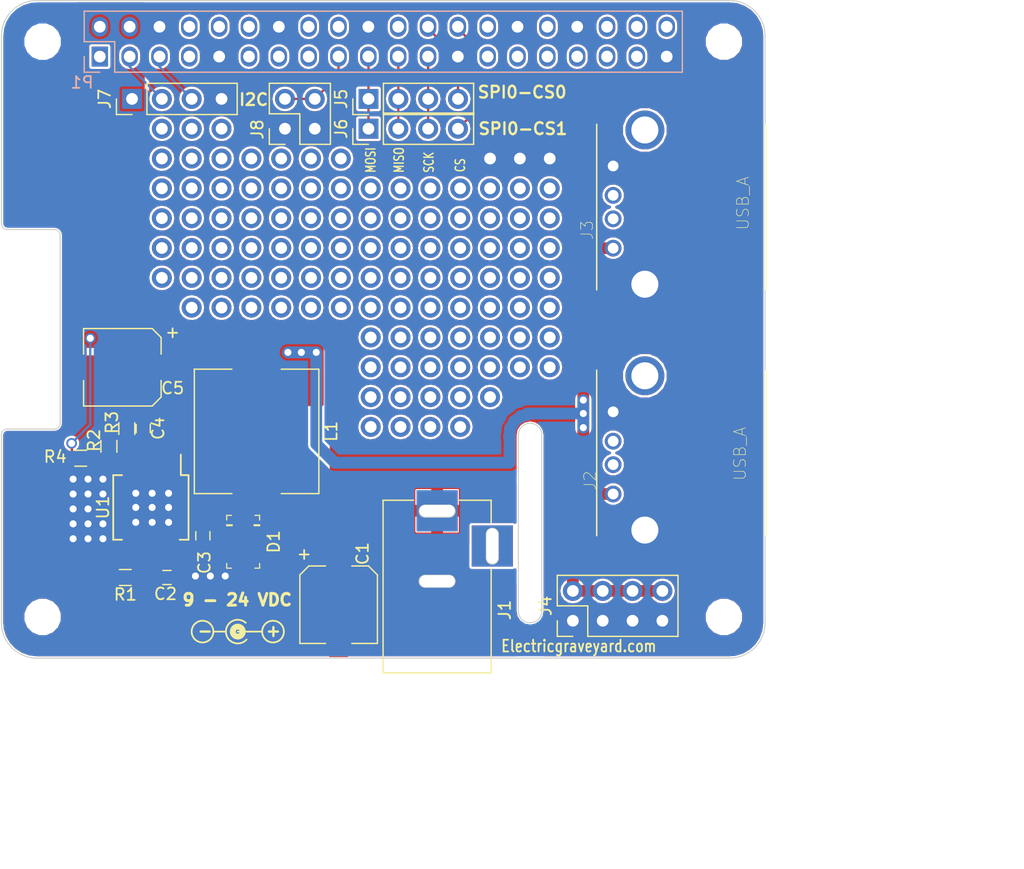
<source format=kicad_pcb>
(kicad_pcb (version 20171130) (host pcbnew "(5.0.2)-1")
  (title_block (date "15 nov 2012"))
  (layers (0 F.Cu signal) (31 B.Cu signal) (34 B.Paste user) (35 F.Paste user) (36 B.SilkS user) (37 F.SilkS user) (38 B.Mask user) (39 F.Mask user) (44 Edge.Cuts user))
  (net 0 "")
  (net 1 +3V3)
  (net 2 +5V)
  (net 3 GND)
  (net 4 /ID_SD)
  (net 5 /ID_SC)
  (net 6 /GPIO5)
  (net 7 /GPIO6)
  (net 8 /GPIO26)
  (net 9 "/GPIO2(SDA1)")
  (net 10 "/GPIO3(SCL1)")
  (net 11 "/GPIO4(GCLK)")
  (net 12 "/GPIO14(TXD0)")
  (net 13 "/GPIO15(RXD0)")
  (net 14 "/GPIO17(GEN0)")
  (net 15 "/GPIO27(GEN2)")
  (net 16 "/GPIO22(GEN3)")
  (net 17 "/GPIO23(GEN4)")
  (net 18 "/GPIO24(GEN5)")
  (net 19 "/GPIO25(GEN6)")
  (net 20 "/GPIO18(GEN1)(PWM0)")
  (net 21 "/GPIO10(SPI0_MOSI)")
  (net 22 "/GPIO9(SPI0_MISO)")
  (net 23 "/GPIO11(SPI0_SCK)")
  (net 24 "/GPIO12(PWM0)")
  (net 25 "/GPIO13(PWM1)")
  (net 26 "/GPIO19(SPI1_MISO)")
  (net 27 /GPIO16)
  (net 28 "/GPIO20(SPI1_MOSI)")
  (net 29 "/GPIO21(SPI1_SCK)")
  (net 30 "Net-(C1-Pad1)")
  (net 31 "Net-(C3-Pad1)")
  (net 32 "Net-(C3-Pad2)")
  (net 33 "Net-(C4-Pad2)")
  (net 34 "Net-(C4-Pad1)")
  (net 35 "Net-(J1-Pad3)")
  (net 36 "Net-(R1-Pad1)")
  (net 37 "Net-(R2-Pad1)")
  (net 38 VCC_EN)
  (net 39 "Net-(J2-Pad2)")
  (net 40 "Net-(J2-Pad3)")
  (net 41 "Net-(J3-Pad3)")
  (net 42 "Net-(J3-Pad2)")
  (net 43 /SPI0_CE_0)
  (net 44 /SPI0_CE_1)
  (module Wire_Pads:SolderWirePad_single_0-8mmDrill (layer F.Cu) (at 246.6725 107.455)
    (fp_text reference 0 hide)
    (fp_text value SolderWirePad_single_0-8mmDrill)
    (pad 1 thru_hole oval (at 0 0) (size 1.7 1.7) (drill 1) (layers *.Cu *.Mask))
  )
  (module Wire_Pads:SolderWirePad_single_0-8mmDrill (layer F.Cu) (at 244.1325 107.455)
    (fp_text reference 0 hide)
    (fp_text value SolderWirePad_single_0-8mmDrill)
    (pad 1 thru_hole oval (at 0 0) (size 1.7 1.7) (drill 1) (layers *.Cu *.Mask))
  )
  (module Wire_Pads:SolderWirePad_single_0-8mmDrill (layer F.Cu) (at 241.5925 107.455)
    (fp_text reference 0 hide)
    (fp_text value SolderWirePad_single_0-8mmDrill)
    (pad 1 thru_hole oval (at 0 0) (size 1.7 1.7) (drill 1) (layers *.Cu *.Mask))
  )
  (module Wire_Pads:SolderWirePad_single_0-8mmDrill (layer F.Cu) (at 239.0525 130.315)
    (fp_text reference 0 hide)
    (fp_text value SolderWirePad_single_0-8mmDrill)
    (pad 1 thru_hole oval (at 0 0) (size 1.7 1.7) (drill 1) (layers *.Cu *.Mask))
  )
  (module Wire_Pads:SolderWirePad_single_0-8mmDrill (layer F.Cu) (at 231.4325 130.315)
    (fp_text reference 0 hide)
    (fp_text value SolderWirePad_single_0-8mmDrill)
    (pad 1 thru_hole oval (at 0 0) (size 1.7 1.7) (drill 1) (layers *.Cu *.Mask))
  )
  (module Wire_Pads:SolderWirePad_single_0-8mmDrill (layer F.Cu) (at 233.9725 130.315)
    (fp_text reference 0 hide)
    (fp_text value SolderWirePad_single_0-8mmDrill)
    (pad 1 thru_hole oval (at 0 0) (size 1.7 1.7) (drill 1) (layers *.Cu *.Mask))
  )
  (module Wire_Pads:SolderWirePad_single_0-8mmDrill (layer F.Cu) (at 236.5125 130.315)
    (fp_text reference 0 hide)
    (fp_text value SolderWirePad_single_0-8mmDrill)
    (pad 1 thru_hole oval (at 0 0) (size 1.7 1.7) (drill 1) (layers *.Cu *.Mask))
  )
  (module Wire_Pads:SolderWirePad_single_0-8mmDrill (layer F.Cu) (at 239.0525 127.775)
    (fp_text reference 0 hide)
    (fp_text value SolderWirePad_single_0-8mmDrill)
    (pad 1 thru_hole oval (at 0 0) (size 1.7 1.7) (drill 1) (layers *.Cu *.Mask))
  )
  (module Wire_Pads:SolderWirePad_single_0-8mmDrill (layer F.Cu) (at 233.9725 127.775)
    (fp_text reference 0 hide)
    (fp_text value SolderWirePad_single_0-8mmDrill)
    (pad 1 thru_hole oval (at 0 0) (size 1.7 1.7) (drill 1) (layers *.Cu *.Mask))
  )
  (module Wire_Pads:SolderWirePad_single_0-8mmDrill (layer F.Cu) (at 231.4325 127.775)
    (fp_text reference 0 hide)
    (fp_text value SolderWirePad_single_0-8mmDrill)
    (pad 1 thru_hole oval (at 0 0) (size 1.7 1.7) (drill 1) (layers *.Cu *.Mask))
  )
  (module Wire_Pads:SolderWirePad_single_0-8mmDrill (layer F.Cu) (at 236.5125 127.775)
    (fp_text reference 0 hide)
    (fp_text value SolderWirePad_single_0-8mmDrill)
    (pad 1 thru_hole oval (at 0 0) (size 1.7 1.7) (drill 1) (layers *.Cu *.Mask))
  )
  (module Wire_Pads:SolderWirePad_single_0-8mmDrill (layer F.Cu) (at 241.5925 127.775)
    (fp_text reference 0 hide)
    (fp_text value SolderWirePad_single_0-8mmDrill)
    (pad 1 thru_hole oval (at 0 0) (size 1.7 1.7) (drill 1) (layers *.Cu *.Mask))
  )
  (module Wire_Pads:SolderWirePad_single_0-8mmDrill (layer F.Cu) (at 233.9725 125.235)
    (fp_text reference 0 hide)
    (fp_text value SolderWirePad_single_0-8mmDrill)
    (pad 1 thru_hole oval (at 0 0) (size 1.7 1.7) (drill 1) (layers *.Cu *.Mask))
  )
  (module Wire_Pads:SolderWirePad_single_0-8mmDrill (layer F.Cu) (at 239.0525 125.235)
    (fp_text reference 0 hide)
    (fp_text value SolderWirePad_single_0-8mmDrill)
    (pad 1 thru_hole oval (at 0 0) (size 1.7 1.7) (drill 1) (layers *.Cu *.Mask))
  )
  (module Wire_Pads:SolderWirePad_single_0-8mmDrill (layer F.Cu) (at 233.9725 122.695)
    (fp_text reference 0 hide)
    (fp_text value SolderWirePad_single_0-8mmDrill)
    (pad 1 thru_hole oval (at 0 0) (size 1.7 1.7) (drill 1) (layers *.Cu *.Mask))
  )
  (module Wire_Pads:SolderWirePad_single_0-8mmDrill (layer F.Cu) (at 231.4325 125.235)
    (fp_text reference 0 hide)
    (fp_text value SolderWirePad_single_0-8mmDrill)
    (pad 1 thru_hole oval (at 0 0) (size 1.7 1.7) (drill 1) (layers *.Cu *.Mask))
  )
  (module Wire_Pads:SolderWirePad_single_0-8mmDrill (layer F.Cu) (at 246.6725 125.235)
    (fp_text reference 0 hide)
    (fp_text value SolderWirePad_single_0-8mmDrill)
    (pad 1 thru_hole oval (at 0 0) (size 1.7 1.7) (drill 1) (layers *.Cu *.Mask))
  )
  (module Wire_Pads:SolderWirePad_single_0-8mmDrill (layer F.Cu) (at 236.5125 125.235)
    (fp_text reference 0 hide)
    (fp_text value SolderWirePad_single_0-8mmDrill)
    (pad 1 thru_hole oval (at 0 0) (size 1.7 1.7) (drill 1) (layers *.Cu *.Mask))
  )
  (module Wire_Pads:SolderWirePad_single_0-8mmDrill (layer F.Cu) (at 244.1325 125.235)
    (fp_text reference 0 hide)
    (fp_text value SolderWirePad_single_0-8mmDrill)
    (pad 1 thru_hole oval (at 0 0) (size 1.7 1.7) (drill 1) (layers *.Cu *.Mask))
  )
  (module Wire_Pads:SolderWirePad_single_0-8mmDrill (layer F.Cu) (at 241.5925 125.235)
    (fp_text reference 0 hide)
    (fp_text value SolderWirePad_single_0-8mmDrill)
    (pad 1 thru_hole oval (at 0 0) (size 1.7 1.7) (drill 1) (layers *.Cu *.Mask))
  )
  (module Wire_Pads:SolderWirePad_single_0-8mmDrill (layer F.Cu) (at 239.0525 122.695)
    (fp_text reference 0 hide)
    (fp_text value SolderWirePad_single_0-8mmDrill)
    (pad 1 thru_hole oval (at 0 0) (size 1.7 1.7) (drill 1) (layers *.Cu *.Mask))
  )
  (module Wire_Pads:SolderWirePad_single_0-8mmDrill (layer F.Cu) (at 246.6725 122.695)
    (fp_text reference 0 hide)
    (fp_text value SolderWirePad_single_0-8mmDrill)
    (pad 1 thru_hole oval (at 0 0) (size 1.7 1.7) (drill 1) (layers *.Cu *.Mask))
  )
  (module Wire_Pads:SolderWirePad_single_0-8mmDrill (layer F.Cu) (at 236.5125 122.695)
    (fp_text reference 0 hide)
    (fp_text value SolderWirePad_single_0-8mmDrill)
    (pad 1 thru_hole oval (at 0 0) (size 1.7 1.7) (drill 1) (layers *.Cu *.Mask))
  )
  (module Wire_Pads:SolderWirePad_single_0-8mmDrill (layer F.Cu) (at 231.4325 122.695)
    (fp_text reference 0 hide)
    (fp_text value SolderWirePad_single_0-8mmDrill)
    (pad 1 thru_hole oval (at 0 0) (size 1.7 1.7) (drill 1) (layers *.Cu *.Mask))
  )
  (module Wire_Pads:SolderWirePad_single_0-8mmDrill (layer F.Cu) (at 241.5925 122.695)
    (fp_text reference 0 hide)
    (fp_text value SolderWirePad_single_0-8mmDrill)
    (pad 1 thru_hole oval (at 0 0) (size 1.7 1.7) (drill 1) (layers *.Cu *.Mask))
  )
  (module Wire_Pads:SolderWirePad_single_0-8mmDrill (layer F.Cu) (at 244.1325 122.695)
    (fp_text reference 0 hide)
    (fp_text value SolderWirePad_single_0-8mmDrill)
    (pad 1 thru_hole oval (at 0 0) (size 1.7 1.7) (drill 1) (layers *.Cu *.Mask))
  )
  (module Wire_Pads:SolderWirePad_single_0-8mmDrill (layer F.Cu) (at 233.9725 120.155)
    (fp_text reference 0 hide)
    (fp_text value SolderWirePad_single_0-8mmDrill)
    (pad 1 thru_hole oval (at 0 0) (size 1.7 1.7) (drill 1) (layers *.Cu *.Mask))
  )
  (module Wire_Pads:SolderWirePad_single_0-8mmDrill (layer F.Cu) (at 218.7325 120.155)
    (fp_text reference 0 hide)
    (fp_text value SolderWirePad_single_0-8mmDrill)
    (pad 1 thru_hole oval (at 0 0) (size 1.7 1.7) (drill 1) (layers *.Cu *.Mask))
  )
  (module Wire_Pads:SolderWirePad_single_0-8mmDrill (layer F.Cu) (at 239.0525 120.155)
    (fp_text reference 0 hide)
    (fp_text value SolderWirePad_single_0-8mmDrill)
    (pad 1 thru_hole oval (at 0 0) (size 1.7 1.7) (drill 1) (layers *.Cu *.Mask))
  )
  (module Wire_Pads:SolderWirePad_single_0-8mmDrill (layer F.Cu) (at 223.8125 120.155)
    (fp_text reference 0 hide)
    (fp_text value SolderWirePad_single_0-8mmDrill)
    (pad 1 thru_hole oval (at 0 0) (size 1.7 1.7) (drill 1) (layers *.Cu *.Mask))
  )
  (module Wire_Pads:SolderWirePad_single_0-8mmDrill (layer F.Cu) (at 221.2725 120.155)
    (fp_text reference 0 hide)
    (fp_text value SolderWirePad_single_0-8mmDrill)
    (pad 1 thru_hole oval (at 0 0) (size 1.7 1.7) (drill 1) (layers *.Cu *.Mask))
  )
  (module Wire_Pads:SolderWirePad_single_0-8mmDrill (layer F.Cu) (at 246.6725 120.155)
    (fp_text reference 0 hide)
    (fp_text value SolderWirePad_single_0-8mmDrill)
    (pad 1 thru_hole oval (at 0 0) (size 1.7 1.7) (drill 1) (layers *.Cu *.Mask))
  )
  (module Wire_Pads:SolderWirePad_single_0-8mmDrill (layer F.Cu) (at 228.8925 120.155)
    (fp_text reference 0 hide)
    (fp_text value SolderWirePad_single_0-8mmDrill)
    (pad 1 thru_hole oval (at 0 0) (size 1.7 1.7) (drill 1) (layers *.Cu *.Mask))
  )
  (module Wire_Pads:SolderWirePad_single_0-8mmDrill (layer F.Cu) (at 236.5125 120.155)
    (fp_text reference 0 hide)
    (fp_text value SolderWirePad_single_0-8mmDrill)
    (pad 1 thru_hole oval (at 0 0) (size 1.7 1.7) (drill 1) (layers *.Cu *.Mask))
  )
  (module Wire_Pads:SolderWirePad_single_0-8mmDrill (layer F.Cu) (at 231.4325 120.155)
    (fp_text reference 0 hide)
    (fp_text value SolderWirePad_single_0-8mmDrill)
    (pad 1 thru_hole oval (at 0 0) (size 1.7 1.7) (drill 1) (layers *.Cu *.Mask))
  )
  (module Wire_Pads:SolderWirePad_single_0-8mmDrill (layer F.Cu) (at 241.5925 120.155)
    (fp_text reference 0 hide)
    (fp_text value SolderWirePad_single_0-8mmDrill)
    (pad 1 thru_hole oval (at 0 0) (size 1.7 1.7) (drill 1) (layers *.Cu *.Mask))
  )
  (module Wire_Pads:SolderWirePad_single_0-8mmDrill (layer F.Cu) (at 244.1325 120.155)
    (fp_text reference 0 hide)
    (fp_text value SolderWirePad_single_0-8mmDrill)
    (pad 1 thru_hole oval (at 0 0) (size 1.7 1.7) (drill 1) (layers *.Cu *.Mask))
  )
  (module Wire_Pads:SolderWirePad_single_0-8mmDrill (layer F.Cu) (at 216.1925 120.155)
    (fp_text reference 0 hide)
    (fp_text value SolderWirePad_single_0-8mmDrill)
    (pad 1 thru_hole oval (at 0 0) (size 1.7 1.7) (drill 1) (layers *.Cu *.Mask))
  )
  (module Wire_Pads:SolderWirePad_single_0-8mmDrill (layer F.Cu) (at 226.3525 120.155)
    (fp_text reference 0 hide)
    (fp_text value SolderWirePad_single_0-8mmDrill)
    (pad 1 thru_hole oval (at 0 0) (size 1.7 1.7) (drill 1) (layers *.Cu *.Mask))
  )
  (module Wire_Pads:SolderWirePad_single_0-8mmDrill (layer F.Cu) (at 221.2725 117.615)
    (fp_text reference 0 hide)
    (fp_text value SolderWirePad_single_0-8mmDrill)
    (pad 1 thru_hole oval (at 0 0) (size 1.7 1.7) (drill 1) (layers *.Cu *.Mask))
  )
  (module Wire_Pads:SolderWirePad_single_0-8mmDrill (layer F.Cu) (at 239.0525 117.615)
    (fp_text reference 0 hide)
    (fp_text value SolderWirePad_single_0-8mmDrill)
    (pad 1 thru_hole oval (at 0 0) (size 1.7 1.7) (drill 1) (layers *.Cu *.Mask))
  )
  (module Wire_Pads:SolderWirePad_single_0-8mmDrill (layer F.Cu) (at 246.6725 117.615)
    (fp_text reference 0 hide)
    (fp_text value SolderWirePad_single_0-8mmDrill)
    (pad 1 thru_hole oval (at 0 0) (size 1.7 1.7) (drill 1) (layers *.Cu *.Mask))
  )
  (module Wire_Pads:SolderWirePad_single_0-8mmDrill (layer F.Cu) (at 244.1325 117.615)
    (fp_text reference 0 hide)
    (fp_text value SolderWirePad_single_0-8mmDrill)
    (pad 1 thru_hole oval (at 0 0) (size 1.7 1.7) (drill 1) (layers *.Cu *.Mask))
  )
  (module Wire_Pads:SolderWirePad_single_0-8mmDrill (layer F.Cu) (at 241.5925 117.615)
    (fp_text reference 0 hide)
    (fp_text value SolderWirePad_single_0-8mmDrill)
    (pad 1 thru_hole oval (at 0 0) (size 1.7 1.7) (drill 1) (layers *.Cu *.Mask))
  )
  (module Wire_Pads:SolderWirePad_single_0-8mmDrill (layer F.Cu) (at 236.5125 117.615)
    (fp_text reference 0 hide)
    (fp_text value SolderWirePad_single_0-8mmDrill)
    (pad 1 thru_hole oval (at 0 0) (size 1.7 1.7) (drill 1) (layers *.Cu *.Mask))
  )
  (module Wire_Pads:SolderWirePad_single_0-8mmDrill (layer F.Cu) (at 213.6525 117.615)
    (fp_text reference 0 hide)
    (fp_text value SolderWirePad_single_0-8mmDrill)
    (pad 1 thru_hole oval (at 0 0) (size 1.7 1.7) (drill 1) (layers *.Cu *.Mask))
  )
  (module Wire_Pads:SolderWirePad_single_0-8mmDrill (layer F.Cu) (at 228.8925 117.615)
    (fp_text reference 0 hide)
    (fp_text value SolderWirePad_single_0-8mmDrill)
    (pad 1 thru_hole oval (at 0 0) (size 1.7 1.7) (drill 1) (layers *.Cu *.Mask))
  )
  (module Wire_Pads:SolderWirePad_single_0-8mmDrill (layer F.Cu) (at 223.8125 117.615)
    (fp_text reference 0 hide)
    (fp_text value SolderWirePad_single_0-8mmDrill)
    (pad 1 thru_hole oval (at 0 0) (size 1.7 1.7) (drill 1) (layers *.Cu *.Mask))
  )
  (module Wire_Pads:SolderWirePad_single_0-8mmDrill (layer F.Cu) (at 218.7325 117.615)
    (fp_text reference 0 hide)
    (fp_text value SolderWirePad_single_0-8mmDrill)
    (pad 1 thru_hole oval (at 0 0) (size 1.7 1.7) (drill 1) (layers *.Cu *.Mask))
  )
  (module Wire_Pads:SolderWirePad_single_0-8mmDrill (layer F.Cu) (at 246.6725 115.075)
    (fp_text reference 0 hide)
    (fp_text value SolderWirePad_single_0-8mmDrill)
    (pad 1 thru_hole oval (at 0 0) (size 1.7 1.7) (drill 1) (layers *.Cu *.Mask))
  )
  (module Wire_Pads:SolderWirePad_single_0-8mmDrill (layer F.Cu) (at 216.1925 117.615)
    (fp_text reference 0 hide)
    (fp_text value SolderWirePad_single_0-8mmDrill)
    (pad 1 thru_hole oval (at 0 0) (size 1.7 1.7) (drill 1) (layers *.Cu *.Mask))
  )
  (module Wire_Pads:SolderWirePad_single_0-8mmDrill (layer F.Cu) (at 231.4325 117.615)
    (fp_text reference 0 hide)
    (fp_text value SolderWirePad_single_0-8mmDrill)
    (pad 1 thru_hole oval (at 0 0) (size 1.7 1.7) (drill 1) (layers *.Cu *.Mask))
  )
  (module Wire_Pads:SolderWirePad_single_0-8mmDrill (layer F.Cu) (at 233.9725 117.615)
    (fp_text reference 0 hide)
    (fp_text value SolderWirePad_single_0-8mmDrill)
    (pad 1 thru_hole oval (at 0 0) (size 1.7 1.7) (drill 1) (layers *.Cu *.Mask))
  )
  (module Wire_Pads:SolderWirePad_single_0-8mmDrill (layer F.Cu) (at 239.0525 115.075)
    (fp_text reference 0 hide)
    (fp_text value SolderWirePad_single_0-8mmDrill)
    (pad 1 thru_hole oval (at 0 0) (size 1.7 1.7) (drill 1) (layers *.Cu *.Mask))
  )
  (module Wire_Pads:SolderWirePad_single_0-8mmDrill (layer F.Cu) (at 244.1325 115.075)
    (fp_text reference 0 hide)
    (fp_text value SolderWirePad_single_0-8mmDrill)
    (pad 1 thru_hole oval (at 0 0) (size 1.7 1.7) (drill 1) (layers *.Cu *.Mask))
  )
  (module Wire_Pads:SolderWirePad_single_0-8mmDrill (layer F.Cu) (at 241.5925 115.075)
    (fp_text reference 0 hide)
    (fp_text value SolderWirePad_single_0-8mmDrill)
    (pad 1 thru_hole oval (at 0 0) (size 1.7 1.7) (drill 1) (layers *.Cu *.Mask))
  )
  (module Wire_Pads:SolderWirePad_single_0-8mmDrill (layer F.Cu) (at 236.5125 115.075)
    (fp_text reference 0 hide)
    (fp_text value SolderWirePad_single_0-8mmDrill)
    (pad 1 thru_hole oval (at 0 0) (size 1.7 1.7) (drill 1) (layers *.Cu *.Mask))
  )
  (module Wire_Pads:SolderWirePad_single_0-8mmDrill (layer F.Cu) (at 221.2725 115.075)
    (fp_text reference 0 hide)
    (fp_text value SolderWirePad_single_0-8mmDrill)
    (pad 1 thru_hole oval (at 0 0) (size 1.7 1.7) (drill 1) (layers *.Cu *.Mask))
  )
  (module Wire_Pads:SolderWirePad_single_0-8mmDrill (layer F.Cu) (at 213.6525 115.075)
    (fp_text reference 0 hide)
    (fp_text value SolderWirePad_single_0-8mmDrill)
    (pad 1 thru_hole oval (at 0 0) (size 1.7 1.7) (drill 1) (layers *.Cu *.Mask))
  )
  (module Wire_Pads:SolderWirePad_single_0-8mmDrill (layer F.Cu) (at 228.8925 115.075)
    (fp_text reference 0 hide)
    (fp_text value SolderWirePad_single_0-8mmDrill)
    (pad 1 thru_hole oval (at 0 0) (size 1.7 1.7) (drill 1) (layers *.Cu *.Mask))
  )
  (module Wire_Pads:SolderWirePad_single_0-8mmDrill (layer F.Cu) (at 226.3525 115.075)
    (fp_text reference 0 hide)
    (fp_text value SolderWirePad_single_0-8mmDrill)
    (pad 1 thru_hole oval (at 0 0) (size 1.7 1.7) (drill 1) (layers *.Cu *.Mask))
  )
  (module Wire_Pads:SolderWirePad_single_0-8mmDrill (layer F.Cu) (at 223.8125 115.075)
    (fp_text reference 0 hide)
    (fp_text value SolderWirePad_single_0-8mmDrill)
    (pad 1 thru_hole oval (at 0 0) (size 1.7 1.7) (drill 1) (layers *.Cu *.Mask))
  )
  (module Wire_Pads:SolderWirePad_single_0-8mmDrill (layer F.Cu) (at 218.7325 115.075)
    (fp_text reference 0 hide)
    (fp_text value SolderWirePad_single_0-8mmDrill)
    (pad 1 thru_hole oval (at 0 0) (size 1.7 1.7) (drill 1) (layers *.Cu *.Mask))
  )
  (module Wire_Pads:SolderWirePad_single_0-8mmDrill (layer F.Cu) (at 216.1925 115.075)
    (fp_text reference 0 hide)
    (fp_text value SolderWirePad_single_0-8mmDrill)
    (pad 1 thru_hole oval (at 0 0) (size 1.7 1.7) (drill 1) (layers *.Cu *.Mask))
  )
  (module Wire_Pads:SolderWirePad_single_0-8mmDrill (layer F.Cu) (at 226.3525 117.615)
    (fp_text reference 0 hide)
    (fp_text value SolderWirePad_single_0-8mmDrill)
    (pad 1 thru_hole oval (at 0 0) (size 1.7 1.7) (drill 1) (layers *.Cu *.Mask))
  )
  (module Wire_Pads:SolderWirePad_single_0-8mmDrill (layer F.Cu) (at 231.4325 115.075)
    (fp_text reference 0 hide)
    (fp_text value SolderWirePad_single_0-8mmDrill)
    (pad 1 thru_hole oval (at 0 0) (size 1.7 1.7) (drill 1) (layers *.Cu *.Mask))
  )
  (module Wire_Pads:SolderWirePad_single_0-8mmDrill (layer F.Cu) (at 233.9725 115.075)
    (fp_text reference 0 hide)
    (fp_text value SolderWirePad_single_0-8mmDrill)
    (pad 1 thru_hole oval (at 0 0) (size 1.7 1.7) (drill 1) (layers *.Cu *.Mask))
  )
  (module Wire_Pads:SolderWirePad_single_0-8mmDrill (layer F.Cu) (at 246.6725 112.535)
    (fp_text reference 0 hide)
    (fp_text value SolderWirePad_single_0-8mmDrill)
    (pad 1 thru_hole oval (at 0 0) (size 1.7 1.7) (drill 1) (layers *.Cu *.Mask))
  )
  (module Wire_Pads:SolderWirePad_single_0-8mmDrill (layer F.Cu) (at 239.0525 112.535)
    (fp_text reference 0 hide)
    (fp_text value SolderWirePad_single_0-8mmDrill)
    (pad 1 thru_hole oval (at 0 0) (size 1.7 1.7) (drill 1) (layers *.Cu *.Mask))
  )
  (module Wire_Pads:SolderWirePad_single_0-8mmDrill (layer F.Cu) (at 244.1325 112.535)
    (fp_text reference 0 hide)
    (fp_text value SolderWirePad_single_0-8mmDrill)
    (pad 1 thru_hole oval (at 0 0) (size 1.7 1.7) (drill 1) (layers *.Cu *.Mask))
  )
  (module Wire_Pads:SolderWirePad_single_0-8mmDrill (layer F.Cu) (at 241.5925 112.535)
    (fp_text reference 0 hide)
    (fp_text value SolderWirePad_single_0-8mmDrill)
    (pad 1 thru_hole oval (at 0 0) (size 1.7 1.7) (drill 1) (layers *.Cu *.Mask))
  )
  (module Wire_Pads:SolderWirePad_single_0-8mmDrill (layer F.Cu) (at 236.5125 112.535)
    (fp_text reference 0 hide)
    (fp_text value SolderWirePad_single_0-8mmDrill)
    (pad 1 thru_hole oval (at 0 0) (size 1.7 1.7) (drill 1) (layers *.Cu *.Mask))
  )
  (module Wire_Pads:SolderWirePad_single_0-8mmDrill (layer F.Cu) (at 221.2725 112.535)
    (fp_text reference 0 hide)
    (fp_text value SolderWirePad_single_0-8mmDrill)
    (pad 1 thru_hole oval (at 0 0) (size 1.7 1.7) (drill 1) (layers *.Cu *.Mask))
  )
  (module Wire_Pads:SolderWirePad_single_0-8mmDrill (layer F.Cu) (at 213.6525 112.535)
    (fp_text reference 0 hide)
    (fp_text value SolderWirePad_single_0-8mmDrill)
    (pad 1 thru_hole oval (at 0 0) (size 1.7 1.7) (drill 1) (layers *.Cu *.Mask))
  )
  (module Wire_Pads:SolderWirePad_single_0-8mmDrill (layer F.Cu) (at 228.8925 112.535)
    (fp_text reference 0 hide)
    (fp_text value SolderWirePad_single_0-8mmDrill)
    (pad 1 thru_hole oval (at 0 0) (size 1.7 1.7) (drill 1) (layers *.Cu *.Mask))
  )
  (module Wire_Pads:SolderWirePad_single_0-8mmDrill (layer F.Cu) (at 226.3525 112.535)
    (fp_text reference 0 hide)
    (fp_text value SolderWirePad_single_0-8mmDrill)
    (pad 1 thru_hole oval (at 0 0) (size 1.7 1.7) (drill 1) (layers *.Cu *.Mask))
  )
  (module Wire_Pads:SolderWirePad_single_0-8mmDrill (layer F.Cu) (at 223.8125 112.535)
    (fp_text reference 0 hide)
    (fp_text value SolderWirePad_single_0-8mmDrill)
    (pad 1 thru_hole oval (at 0 0) (size 1.7 1.7) (drill 1) (layers *.Cu *.Mask))
  )
  (module Wire_Pads:SolderWirePad_single_0-8mmDrill (layer F.Cu) (at 218.7325 112.535)
    (fp_text reference 0 hide)
    (fp_text value SolderWirePad_single_0-8mmDrill)
    (pad 1 thru_hole oval (at 0 0) (size 1.7 1.7) (drill 1) (layers *.Cu *.Mask))
  )
  (module Wire_Pads:SolderWirePad_single_0-8mmDrill (layer F.Cu) (at 216.1925 112.535)
    (fp_text reference 0 hide)
    (fp_text value SolderWirePad_single_0-8mmDrill)
    (pad 1 thru_hole oval (at 0 0) (size 1.7 1.7) (drill 1) (layers *.Cu *.Mask))
  )
  (module Wire_Pads:SolderWirePad_single_0-8mmDrill (layer F.Cu) (at 231.4325 112.535)
    (fp_text reference 0 hide)
    (fp_text value SolderWirePad_single_0-8mmDrill)
    (pad 1 thru_hole oval (at 0 0) (size 1.7 1.7) (drill 1) (layers *.Cu *.Mask))
  )
  (module Wire_Pads:SolderWirePad_single_0-8mmDrill (layer F.Cu) (at 233.9725 112.535)
    (fp_text reference 0 hide)
    (fp_text value SolderWirePad_single_0-8mmDrill)
    (pad 1 thru_hole oval (at 0 0) (size 1.7 1.7) (drill 1) (layers *.Cu *.Mask))
  )
  (module Wire_Pads:SolderWirePad_single_0-8mmDrill (layer F.Cu) (at 239.0525 109.995)
    (fp_text reference 0 hide)
    (fp_text value SolderWirePad_single_0-8mmDrill)
    (pad 1 thru_hole oval (at 0 0) (size 1.7 1.7) (drill 1) (layers *.Cu *.Mask))
  )
  (module Wire_Pads:SolderWirePad_single_0-8mmDrill (layer F.Cu) (at 231.4325 109.995)
    (fp_text reference 0 hide)
    (fp_text value SolderWirePad_single_0-8mmDrill)
    (pad 1 thru_hole oval (at 0 0) (size 1.7 1.7) (drill 1) (layers *.Cu *.Mask))
  )
  (module Wire_Pads:SolderWirePad_single_0-8mmDrill (layer F.Cu) (at 246.6725 109.995)
    (fp_text reference 0 hide)
    (fp_text value SolderWirePad_single_0-8mmDrill)
    (pad 1 thru_hole oval (at 0 0) (size 1.7 1.7) (drill 1) (layers *.Cu *.Mask))
  )
  (module Wire_Pads:SolderWirePad_single_0-8mmDrill (layer F.Cu) (at 244.1325 109.995)
    (fp_text reference 0 hide)
    (fp_text value SolderWirePad_single_0-8mmDrill)
    (pad 1 thru_hole oval (at 0 0) (size 1.7 1.7) (drill 1) (layers *.Cu *.Mask))
  )
  (module Wire_Pads:SolderWirePad_single_0-8mmDrill (layer F.Cu) (at 241.5925 109.995)
    (fp_text reference 0 hide)
    (fp_text value SolderWirePad_single_0-8mmDrill)
    (pad 1 thru_hole oval (at 0 0) (size 1.7 1.7) (drill 1) (layers *.Cu *.Mask))
  )
  (module Wire_Pads:SolderWirePad_single_0-8mmDrill (layer F.Cu) (at 236.5125 109.995)
    (fp_text reference 0 hide)
    (fp_text value SolderWirePad_single_0-8mmDrill)
    (pad 1 thru_hole oval (at 0 0) (size 1.7 1.7) (drill 1) (layers *.Cu *.Mask))
  )
  (module Wire_Pads:SolderWirePad_single_0-8mmDrill (layer F.Cu) (at 233.9725 109.995)
    (fp_text reference 0 hide)
    (fp_text value SolderWirePad_single_0-8mmDrill)
    (pad 1 thru_hole oval (at 0 0) (size 1.7 1.7) (drill 1) (layers *.Cu *.Mask))
  )
  (module Wire_Pads:SolderWirePad_single_0-8mmDrill (layer F.Cu) (at 223.8125 109.995)
    (fp_text reference 0 hide)
    (fp_text value SolderWirePad_single_0-8mmDrill)
    (pad 1 thru_hole oval (at 0 0) (size 1.7 1.7) (drill 1) (layers *.Cu *.Mask))
  )
  (module Wire_Pads:SolderWirePad_single_0-8mmDrill (layer F.Cu) (at 213.6525 109.995)
    (fp_text reference 0 hide)
    (fp_text value SolderWirePad_single_0-8mmDrill)
    (pad 1 thru_hole oval (at 0 0) (size 1.7 1.7) (drill 1) (layers *.Cu *.Mask))
  )
  (module Wire_Pads:SolderWirePad_single_0-8mmDrill (layer F.Cu) (at 221.2725 109.995)
    (fp_text reference 0 hide)
    (fp_text value SolderWirePad_single_0-8mmDrill)
    (pad 1 thru_hole oval (at 0 0) (size 1.7 1.7) (drill 1) (layers *.Cu *.Mask))
  )
  (module Wire_Pads:SolderWirePad_single_0-8mmDrill (layer F.Cu) (at 218.7325 109.995)
    (fp_text reference 0 hide)
    (fp_text value SolderWirePad_single_0-8mmDrill)
    (pad 1 thru_hole oval (at 0 0) (size 1.7 1.7) (drill 1) (layers *.Cu *.Mask))
  )
  (module Wire_Pads:SolderWirePad_single_0-8mmDrill (layer F.Cu) (at 216.1925 109.995)
    (fp_text reference 0 hide)
    (fp_text value SolderWirePad_single_0-8mmDrill)
    (pad 1 thru_hole oval (at 0 0) (size 1.7 1.7) (drill 1) (layers *.Cu *.Mask))
  )
  (module Wire_Pads:SolderWirePad_single_0-8mmDrill (layer F.Cu) (at 228.8925 109.995)
    (fp_text reference 0 hide)
    (fp_text value SolderWirePad_single_0-8mmDrill)
    (pad 1 thru_hole oval (at 0 0) (size 1.7 1.7) (drill 1) (layers *.Cu *.Mask))
  )
  (module Wire_Pads:SolderWirePad_single_0-8mmDrill (layer F.Cu) (at 226.3525 109.995)
    (fp_text reference 0 hide)
    (fp_text value SolderWirePad_single_0-8mmDrill)
    (pad 1 thru_hole oval (at 0 0) (size 1.7 1.7) (drill 1) (layers *.Cu *.Mask))
  )
  (module Wire_Pads:SolderWirePad_single_0-8mmDrill (layer F.Cu) (at 228.8925 107.455)
    (fp_text reference 0 hide)
    (fp_text value SolderWirePad_single_0-8mmDrill)
    (pad 1 thru_hole oval (at 0 0) (size 1.7 1.7) (drill 1) (layers *.Cu *.Mask))
  )
  (module Wire_Pads:SolderWirePad_single_0-8mmDrill (layer F.Cu) (at 221.2725 107.455)
    (fp_text reference 0 hide)
    (fp_text value SolderWirePad_single_0-8mmDrill)
    (pad 1 thru_hole oval (at 0 0) (size 1.7 1.7) (drill 1) (layers *.Cu *.Mask))
  )
  (module Wire_Pads:SolderWirePad_single_0-8mmDrill (layer F.Cu) (at 226.3525 107.455)
    (fp_text reference 0 hide)
    (fp_text value SolderWirePad_single_0-8mmDrill)
    (pad 1 thru_hole oval (at 0 0) (size 1.7 1.7) (drill 1) (layers *.Cu *.Mask))
  )
  (module Wire_Pads:SolderWirePad_single_0-8mmDrill (layer F.Cu) (at 223.8125 107.455)
    (fp_text reference 0 hide)
    (fp_text value SolderWirePad_single_0-8mmDrill)
    (pad 1 thru_hole oval (at 0 0) (size 1.7 1.7) (drill 1) (layers *.Cu *.Mask))
  )
  (module Wire_Pads:SolderWirePad_single_0-8mmDrill (layer F.Cu) (at 218.7325 107.455)
    (fp_text reference 0 hide)
    (fp_text value SolderWirePad_single_0-8mmDrill)
    (pad 1 thru_hole oval (at 0 0) (size 1.7 1.7) (drill 1) (layers *.Cu *.Mask))
  )
  (module Wire_Pads:SolderWirePad_single_0-8mmDrill (layer F.Cu) (at 216.1925 107.455)
    (fp_text reference 0 hide)
    (fp_text value SolderWirePad_single_0-8mmDrill)
    (pad 1 thru_hole oval (at 0 0) (size 1.7 1.7) (drill 1) (layers *.Cu *.Mask))
  )
  (module Wire_Pads:SolderWirePad_single_0-8mmDrill (layer F.Cu) (at 213.6525 107.455)
    (fp_text reference 0 hide)
    (fp_text value SolderWirePad_single_0-8mmDrill)
    (pad 1 thru_hole oval (at 0 0) (size 1.7 1.7) (drill 1) (layers *.Cu *.Mask))
  )
  (module Wire_Pads:SolderWirePad_single_0-8mmDrill (layer F.Cu) (at 218.7325 104.915)
    (fp_text reference 0 hide)
    (fp_text value SolderWirePad_single_0-8mmDrill)
    (pad 1 thru_hole oval (at 0 0) (size 1.7 1.7) (drill 1) (layers *.Cu *.Mask))
  )
  (module Wire_Pads:SolderWirePad_single_0-8mmDrill (layer F.Cu) (at 216.1925 104.915)
    (fp_text reference 0 hide)
    (fp_text value SolderWirePad_single_0-8mmDrill)
    (pad 1 thru_hole oval (at 0 0) (size 1.7 1.7) (drill 1) (layers *.Cu *.Mask))
  )
  (module Connector_PinSocket_2.54mm:PinSocket_2x20_P2.54mm_Vertical (layer B.Cu) (at 208.37 98.77 270)
    (fp_text reference P1 (at 2.208 1.512) (layer B.SilkS) (effects (justify mirror)))
    (fp_text value Conn_02x20_Odd_Even)
    (pad 1 thru_hole rect (at 0 0 270) (size 1.7 1.4) (drill 1) (layers *.Cu *.Mask) (net 1 +3V3))
    (pad 2 thru_hole oval (at -2.54 0 270) (size 1.7 1.4) (drill 1) (layers *.Cu *.Mask) (net 2 +5V))
    (pad 3 thru_hole oval (at 0 -2.54 270) (size 1.7 1.4) (drill 1) (layers *.Cu *.Mask) (net 9 "/GPIO2(SDA1)"))
    (pad 4 thru_hole oval (at -2.54 -2.54 270) (size 1.7 1.4) (drill 1) (layers *.Cu *.Mask) (net 2 +5V))
    (pad 5 thru_hole oval (at 0 -5.08 270) (size 1.7 1.4) (drill 1) (layers *.Cu *.Mask) (net 10 "/GPIO3(SCL1)"))
    (pad 6 thru_hole oval (at -2.54 -5.08 270) (size 1.7 1.4) (drill 1) (layers *.Cu *.Mask) (net 3 GND))
    (pad 7 thru_hole oval (at 0 -7.62 270) (size 1.7 1.4) (drill 1) (layers *.Cu *.Mask) (net 11 "/GPIO4(GCLK)"))
    (pad 8 thru_hole oval (at -2.54 -7.62 270) (size 1.7 1.4) (drill 1) (layers *.Cu *.Mask) (net 12 "/GPIO14(TXD0)"))
    (pad 9 thru_hole oval (at 0 -10.16 270) (size 1.7 1.4) (drill 1) (layers *.Cu *.Mask) (net 3 GND))
    (pad 10 thru_hole oval (at -2.54 -10.16 270) (size 1.7 1.4) (drill 1) (layers *.Cu *.Mask) (net 13 "/GPIO15(RXD0)"))
    (pad 11 thru_hole oval (at 0 -12.7 270) (size 1.7 1.4) (drill 1) (layers *.Cu *.Mask) (net 14 "/GPIO17(GEN0)"))
    (pad 12 thru_hole oval (at -2.54 -12.7 270) (size 1.7 1.4) (drill 1) (layers *.Cu *.Mask) (net 20 "/GPIO18(GEN1)(PWM0)"))
    (pad 13 thru_hole oval (at 0 -15.24 270) (size 1.7 1.4) (drill 1) (layers *.Cu *.Mask) (net 15 "/GPIO27(GEN2)"))
    (pad 14 thru_hole oval (at -2.54 -15.24 270) (size 1.7 1.4) (drill 1) (layers *.Cu *.Mask) (net 3 GND))
    (pad 15 thru_hole oval (at 0 -17.78 270) (size 1.7 1.4) (drill 1) (layers *.Cu *.Mask) (net 16 "/GPIO22(GEN3)"))
    (pad 16 thru_hole oval (at -2.54 -17.78 270) (size 1.7 1.4) (drill 1) (layers *.Cu *.Mask) (net 17 "/GPIO23(GEN4)"))
    (pad 17 thru_hole oval (at 0 -20.32 270) (size 1.7 1.4) (drill 1) (layers *.Cu *.Mask) (net 1 +3V3))
    (pad 18 thru_hole oval (at -2.54 -20.32 270) (size 1.7 1.4) (drill 1) (layers *.Cu *.Mask) (net 18 "/GPIO24(GEN5)"))
    (pad 19 thru_hole oval (at 0 -22.86 270) (size 1.7 1.4) (drill 1) (layers *.Cu *.Mask) (net 21 "/GPIO10(SPI0_MOSI)"))
    (pad 20 thru_hole oval (at -2.54 -22.86 270) (size 1.7 1.4) (drill 1) (layers *.Cu *.Mask) (net 3 GND))
    (pad 21 thru_hole oval (at 0 -25.4 270) (size 1.7 1.4) (drill 1) (layers *.Cu *.Mask) (net 22 "/GPIO9(SPI0_MISO)"))
    (pad 22 thru_hole oval (at -2.54 -25.4 270) (size 1.7 1.4) (drill 1) (layers *.Cu *.Mask) (net 19 "/GPIO25(GEN6)"))
    (pad 23 thru_hole oval (at 0 -27.94 270) (size 1.7 1.4) (drill 1) (layers *.Cu *.Mask) (net 23 "/GPIO11(SPI0_SCK)"))
    (pad 24 thru_hole oval (at -2.54 -27.94 270) (size 1.7 1.4) (drill 1) (layers *.Cu *.Mask) (net 43 /SPI0_CE_0))
    (pad 25 thru_hole oval (at 0 -30.48 270) (size 1.7 1.4) (drill 1) (layers *.Cu *.Mask) (net 3 GND))
    (pad 26 thru_hole oval (at -2.54 -30.48 270) (size 1.7 1.4) (drill 1) (layers *.Cu *.Mask) (net 44 /SPI0_CE_1))
    (pad 27 thru_hole oval (at 0 -33.02 270) (size 1.7 1.4) (drill 1) (layers *.Cu *.Mask) (net 4 /ID_SD))
    (pad 28 thru_hole oval (at -2.54 -33.02 270) (size 1.7 1.4) (drill 1) (layers *.Cu *.Mask) (net 5 /ID_SC))
    (pad 29 thru_hole oval (at 0 -35.56 270) (size 1.7 1.4) (drill 1) (layers *.Cu *.Mask) (net 6 /GPIO5))
    (pad 30 thru_hole oval (at -2.54 -35.56 270) (size 1.7 1.4) (drill 1) (layers *.Cu *.Mask) (net 3 GND))
    (pad 31 thru_hole oval (at 0 -38.1 270) (size 1.7 1.4) (drill 1) (layers *.Cu *.Mask) (net 7 /GPIO6))
    (pad 32 thru_hole oval (at -2.54 -38.1 270) (size 1.7 1.4) (drill 1) (layers *.Cu *.Mask) (net 24 "/GPIO12(PWM0)"))
    (pad 33 thru_hole oval (at 0 -40.64 270) (size 1.7 1.4) (drill 1) (layers *.Cu *.Mask) (net 25 "/GPIO13(PWM1)"))
    (pad 34 thru_hole oval (at -2.54 -40.64 270) (size 1.7 1.4) (drill 1) (layers *.Cu *.Mask) (net 3 GND))
    (pad 35 thru_hole oval (at 0 -43.18 270) (size 1.7 1.4) (drill 1) (layers *.Cu *.Mask) (net 26 "/GPIO19(SPI1_MISO)"))
    (pad 36 thru_hole oval (at -2.54 -43.18 270) (size 1.7 1.4) (drill 1) (layers *.Cu *.Mask) (net 27 /GPIO16))
    (pad 37 thru_hole oval (at 0 -45.72 270) (size 1.7 1.4) (drill 1) (layers *.Cu *.Mask) (net 8 /GPIO26))
    (pad 38 thru_hole oval (at -2.54 -45.72 270) (size 1.7 1.4) (drill 1) (layers *.Cu *.Mask) (net 28 "/GPIO20(SPI1_MOSI)"))
    (pad 39 thru_hole oval (at 0 -48.26 270) (size 1.7 1.4) (drill 1) (layers *.Cu *.Mask) (net 3 GND))
    (pad 40 thru_hole oval (at -2.54 -48.26 270) (size 1.7 1.4) (drill 1) (layers *.Cu *.Mask) (net 29 "/GPIO21(SPI1_SCK)"))
  )
  (module MountingHole:MountingHole_2.7mm_M2.5 (layer F.Cu) (at 261.5 146.5)
    (fp_text reference MK4 hide)
    (fp_text value M2.5)
    (pad 1 np_thru_hole circle (at 0 0) (size 2.7 2.7) (drill 2.7) (layers *.Cu *.Mask))
  )
  (module MountingHole:MountingHole_2.7mm_M2.5 (layer F.Cu) (at 203.5 146.5)
    (fp_text reference MK3 hide)
    (fp_text value M2.5)
    (pad 1 np_thru_hole circle (at 0 0) (size 2.7 2.7) (drill 2.7) (layers *.Cu *.Mask))
  )
  (module MountingHole:MountingHole_2.7mm_M2.5 (layer F.Cu) (at 261.5 97.5 180)
    (fp_text reference MK2 hide)
    (fp_text value M2.5)
    (pad 1 np_thru_hole circle (at 0 0 180) (size 2.7 2.7) (drill 2.7) (layers *.Cu *.Mask))
  )
  (module MountingHole:MountingHole_2.7mm_M2.5 (layer F.Cu) (at 203.5 97.5 180)
    (fp_text reference MK1 hide)
    (fp_text value M2.5)
    (pad 1 np_thru_hole circle (at 0 0 180) (size 2.7 2.7) (drill 2.7) (layers *.Cu *.Mask))
  )
  (module Capacitors_SMD:C_0603 (layer F.Cu) (at 214.085 143.142)
    (fp_text reference C2 (at -0.127 1.397) (layer F.SilkS))
    (fp_text value 100nF)
    (pad 1 smd rect (at -0.75 0) (size 0.8 0.75) (layers F.Cu F.Paste F.Mask) (net 30 "Net-(C1-Pad1)"))
    (pad 2 smd rect (at 0.75 0) (size 0.8 0.75) (layers F.Cu F.Paste F.Mask) (net 3 GND))
  )
  (module Capacitors_SMD:C_0603 (layer F.Cu) (at 217.145 139.586 270)
    (fp_text reference C3 (at 2.286 -0.127 270) (layer F.SilkS))
    (fp_text value 100nF)
    (pad 1 smd rect (at -0.75 0 270) (size 0.8 0.75) (layers F.Cu F.Paste F.Mask) (net 31 "Net-(C3-Pad1)"))
    (pad 2 smd rect (at 0.75 0 270) (size 0.8 0.75) (layers F.Cu F.Paste F.Mask) (net 32 "Net-(C3-Pad2)"))
  )
  (module Capacitors_SMD:C_0603 (layer F.Cu) (at 212.065 130.454 90)
    (fp_text reference C4 (at 0.012 1.27 90) (layer F.SilkS))
    (fp_text value 150pF)
    (pad 2 smd rect (at 0.75 0 90) (size 0.8 0.75) (layers F.Cu F.Paste F.Mask) (net 33 "Net-(C4-Pad2)"))
    (pad 1 smd rect (at -0.75 0 90) (size 0.8 0.75) (layers F.Cu F.Paste F.Mask) (net 34 "Net-(C4-Pad1)"))
  )
  (module Connectors:BARREL_JACK (layer F.Cu) (at 237.084 137.4595 90)
    (fp_text reference J1 (at -8.45 5.75 270) (layer F.SilkS))
    (fp_text value Barrel_Jack_Switch)
    (pad 3 thru_hole rect (at -3 4.7 90) (size 3.5 3.5) (drill oval 3 1) (layers *.Cu *.Mask) (net 35 "Net-(J1-Pad3)"))
    (pad 2 thru_hole rect (at -6 0 90) (size 3.5 3.5) (drill oval 1 3) (layers *.Cu *.Mask) (net 3 GND))
    (pad 1 thru_hole rect (at 0 0 90) (size 3.5 3.5) (drill oval 1 3) (layers *.Cu *.Mask) (net 30 "Net-(C1-Pad1)"))
  )
  (module Inductors_SMD:L_10.4x10.4_H4.8 (layer F.Cu) (at 221.717 130.696 270)
    (fp_text reference L1 (at 0 -6.35 270) (layer F.SilkS))
    (fp_text value 15uH)
    (pad 2 smd rect (at 4.15 0 270) (size 2.7 3.6) (layers F.Cu F.Paste F.Mask) (net 31 "Net-(C3-Pad1)"))
    (pad 1 smd rect (at -4.15 0 270) (size 2.7 3.6) (layers F.Cu F.Paste F.Mask) (net 2 +5V))
  )
  (module Resistors_SMD:R_0603 (layer F.Cu) (at 210.541 143.142 180)
    (fp_text reference R1 (at 0 -1.45 180) (layer F.SilkS))
    (fp_text value 100k)
    (pad 2 smd rect (at 0.75 0 180) (size 0.5 0.9) (layers F.Cu F.Paste F.Mask) (net 3 GND))
    (pad 1 smd rect (at -0.75 0 180) (size 0.5 0.9) (layers F.Cu F.Paste F.Mask) (net 36 "Net-(R1-Pad1)"))
  )
  (module Resistors_SMD:R_0603 (layer F.Cu) (at 209.144 131.966 90)
    (fp_text reference R2 (at 0.508 -1.27 90) (layer F.SilkS))
    (fp_text value 40.2k)
    (pad 2 smd rect (at 0.75 0 90) (size 0.5 0.9) (layers F.Cu F.Paste F.Mask) (net 3 GND))
    (pad 1 smd rect (at -0.75 0 90) (size 0.5 0.9) (layers F.Cu F.Paste F.Mask) (net 37 "Net-(R2-Pad1)"))
  )
  (module Resistors_SMD:R_0603 (layer F.Cu) (at 210.668 130.454 270)
    (fp_text reference R3 (at -0.52 1.27 270) (layer F.SilkS))
    (fp_text value 100k)
    (pad 1 smd rect (at -0.75 0 270) (size 0.5 0.9) (layers F.Cu F.Paste F.Mask) (net 33 "Net-(C4-Pad2)"))
    (pad 2 smd rect (at 0.75 0 270) (size 0.5 0.9) (layers F.Cu F.Paste F.Mask) (net 3 GND))
  )
  (module Resistors_SMD:R_0603 (layer F.Cu) (at 206.743 132.982)
    (fp_text reference R4 (at -2.171 -0.127) (layer F.SilkS))
    (fp_text value 210k)
    (pad 1 smd rect (at -0.75 0) (size 0.5 0.9) (layers F.Cu F.Paste F.Mask) (net 2 +5V))
    (pad 2 smd rect (at 0.75 0) (size 0.5 0.9) (layers F.Cu F.Paste F.Mask) (net 37 "Net-(R2-Pad1)"))
  )
  (module Housings_SOIC:SO-8_5.3x6.2mm_Pitch1.27mm (layer F.Cu) (at 212.717 137.173 270)
    (fp_text reference U1 (at 0 4.081 270) (layer F.SilkS))
    (fp_text value MP1584)
    (pad 8 smd rect (at 3.7 -1.905 270) (size 1.75 0.55) (layers F.Cu F.Paste F.Mask) (net 32 "Net-(C3-Pad2)"))
    (pad 7 smd rect (at 3.7 -0.635 270) (size 1.75 0.55) (layers F.Cu F.Paste F.Mask) (net 30 "Net-(C1-Pad1)"))
    (pad 6 smd rect (at 3.7 0.635 270) (size 1.75 0.55) (layers F.Cu F.Paste F.Mask) (net 36 "Net-(R1-Pad1)"))
    (pad 5 smd rect (at 3.7 1.905 270) (size 1.75 0.55) (layers F.Cu F.Paste F.Mask) (net 3 GND))
    (pad 4 smd rect (at -3.7 1.905 270) (size 1.75 0.55) (layers F.Cu F.Paste F.Mask) (net 37 "Net-(R2-Pad1)"))
    (pad 3 smd rect (at -3.7 0.635 270) (size 1.75 0.55) (layers F.Cu F.Paste F.Mask) (net 34 "Net-(C4-Pad1)"))
    (pad 2 smd rect (at -3.7 -0.635 270) (size 1.75 0.55) (layers F.Cu F.Paste F.Mask) (net 38 VCC_EN))
    (pad 1 smd rect (at -3.7 -1.905 270) (size 1.75 0.55) (layers F.Cu F.Paste F.Mask) (net 31 "Net-(C3-Pad1)"))
  )
  (module Digikey:DO-214AC (layer F.Cu) (at 220.574 140.094 270)
    (fp_text reference D1 (at 0 -2.6 270) (layer F.SilkS))
    (fp_text value D_Schottky)
    (pad A smd rect (at 2 0 270) (size 2.5 1.7) (layers F.Cu F.Paste F.Mask) (net 3 GND))
    (pad K smd rect (at -2 0 270) (size 2.5 1.7) (layers F.Cu F.Paste F.Mask) (net 31 "Net-(C3-Pad1)"))
  )
  (module USB_A:61400416021 (layer F.Cu) (at 254.77 132.53 90)
    (fp_text reference J2 (at -2.357 -4.6685 90) (layer F.SilkS) (effects (font (size 1.00161 1.00161) (thickness 0.05))))
    (fp_text value USB_A (at -0.071 8.095 90) (layer F.SilkS) (effects (font (size 1.00035 1.00035) (thickness 0.05))))
    (pad 1 thru_hole circle (at -3.5 -2.7 90) (size 1.428 1.428) (drill 0.92) (layers *.Cu *.Mask) (net 2 +5V))
    (pad 4 thru_hole circle (at 3.5 -2.7 90) (size 1.428 1.428) (drill 0.92) (layers *.Cu *.Mask) (net 3 GND))
    (pad 2 thru_hole circle (at -1 -2.7 90) (size 1.428 1.428) (drill 0.92) (layers *.Cu *.Mask) (net 39 "Net-(J2-Pad2)"))
    (pad 3 thru_hole circle (at 1 -2.7 90) (size 1.428 1.428) (drill 0.92) (layers *.Cu *.Mask) (net 40 "Net-(J2-Pad3)"))
    (pad 6 thru_hole circle (at 6.57 0 90) (size 3.316 3.316) (drill 2.3) (layers *.Cu *.Mask))
    (pad 5 thru_hole circle (at -6.57 0 90) (size 3.316 3.316) (drill 2.3) (layers *.Cu *.Mask) (net 3 GND))
  )
  (module USB_A:61400416021 (layer F.Cu) (at 254.77 111.59 90)
    (fp_text reference J3 (at -1.961 -4.9225 90) (layer F.SilkS) (effects (font (size 1.00161 1.00161) (thickness 0.05))))
    (fp_text value USB_A (at 0.325 8.349 90) (layer F.SilkS) (effects (font (size 1.00035 1.00035) (thickness 0.05))))
    (pad 5 thru_hole circle (at -6.57 0 90) (size 3.316 3.316) (drill 2.3) (layers *.Cu *.Mask) (net 3 GND))
    (pad 6 thru_hole circle (at 6.57 0 90) (size 3.316 3.316) (drill 2.3) (layers *.Cu *.Mask))
    (pad 3 thru_hole circle (at 1 -2.7 90) (size 1.428 1.428) (drill 0.92) (layers *.Cu *.Mask) (net 41 "Net-(J3-Pad3)"))
    (pad 2 thru_hole circle (at -1 -2.7 90) (size 1.428 1.428) (drill 0.92) (layers *.Cu *.Mask) (net 42 "Net-(J3-Pad2)"))
    (pad 4 thru_hole circle (at 3.5 -2.7 90) (size 1.428 1.428) (drill 0.92) (layers *.Cu *.Mask) (net 3 GND))
    (pad 1 thru_hole circle (at -3.5 -2.7 90) (size 1.428 1.428) (drill 0.92) (layers *.Cu *.Mask) (net 2 +5V))
  )
  (module Capacitors_SMD:CP_Elec_6.3x5.8 (layer F.Cu) (at 228.702 145.4585 270)
    (fp_text reference C1 (at -4.351 -2.032 270) (layer F.SilkS))
    (fp_text value 10uF)
    (fp_text user + (at -4.28 3.01 270) (layer F.SilkS))
    (pad 2 smd rect (at 2.7 0 90) (size 3.5 1.6) (layers F.Cu F.Paste F.Mask) (net 3 GND))
    (pad 1 smd rect (at -2.7 0 90) (size 3.5 1.6) (layers F.Cu F.Paste F.Mask) (net 30 "Net-(C1-Pad1)"))
  )
  (module Capacitors_SMD:CP_Elec_6.3x5.8 (layer F.Cu) (at 210.287 125.235 180)
    (fp_text reference C5 (at -4.285 -1.778 180) (layer F.SilkS))
    (fp_text value 22uF)
    (fp_text user + (at -4.28 3.01 180) (layer F.SilkS))
    (pad 2 smd rect (at 2.7 0) (size 3.5 1.6) (layers F.Cu F.Paste F.Mask) (net 3 GND))
    (pad 1 smd rect (at -2.7 0) (size 3.5 1.6) (layers F.Cu F.Paste F.Mask) (net 2 +5V))
  )
  (module Pin_Headers:Pin_Header_Straight_2x04_Pitch2.54mm (layer F.Cu) (at 248.641 146.825 90)
    (fp_text reference J4 (at 1.27 -2.33 90) (layer F.SilkS))
    (fp_text value Conn_02x04_Odd_Even)
    (pad 8 thru_hole oval (at 2.54 7.62 90) (size 1.7 1.7) (drill 1) (layers *.Cu *.Mask) (net 2 +5V))
    (pad 7 thru_hole oval (at 0 7.62 90) (size 1.7 1.7) (drill 1) (layers *.Cu *.Mask) (net 3 GND))
    (pad 6 thru_hole oval (at 2.54 5.08 90) (size 1.7 1.7) (drill 1) (layers *.Cu *.Mask) (net 2 +5V))
    (pad 5 thru_hole oval (at 0 5.08 90) (size 1.7 1.7) (drill 1) (layers *.Cu *.Mask) (net 3 GND))
    (pad 4 thru_hole oval (at 2.54 2.54 90) (size 1.7 1.7) (drill 1) (layers *.Cu *.Mask) (net 2 +5V))
    (pad 3 thru_hole oval (at 0 2.54 90) (size 1.7 1.7) (drill 1) (layers *.Cu *.Mask) (net 3 GND))
    (pad 2 thru_hole oval (at 2.54 0 90) (size 1.7 1.7) (drill 1) (layers *.Cu *.Mask) (net 2 +5V))
    (pad 1 thru_hole rect (at 0 0 90) (size 1.7 1.7) (drill 1) (layers *.Cu *.Mask) (net 3 GND))
  )
  (module Pin_Headers:Pin_Header_Straight_1x04_Pitch2.54mm (layer F.Cu) (at 231.242 102.375 90)
    (fp_text reference J5 (at 0 -2.33 90) (layer F.SilkS))
    (fp_text value Conn_01x04)
    (pad 1 thru_hole rect (at 0 0 90) (size 1.7 1.7) (drill 1) (layers *.Cu *.Mask) (net 21 "/GPIO10(SPI0_MOSI)"))
    (pad 2 thru_hole oval (at 0 2.54 90) (size 1.7 1.7) (drill 1) (layers *.Cu *.Mask) (net 22 "/GPIO9(SPI0_MISO)"))
    (pad 3 thru_hole oval (at 0 5.08 90) (size 1.7 1.7) (drill 1) (layers *.Cu *.Mask) (net 23 "/GPIO11(SPI0_SCK)"))
    (pad 4 thru_hole oval (at 0 7.62 90) (size 1.7 1.7) (drill 1) (layers *.Cu *.Mask) (net 43 /SPI0_CE_0))
  )
  (module Pin_Headers:Pin_Header_Straight_1x04_Pitch2.54mm (layer F.Cu) (at 231.242 104.915 90)
    (fp_text reference J6 (at 0 -2.33 90) (layer F.SilkS))
    (fp_text value Conn_01x04)
    (pad 4 thru_hole oval (at 0 7.62 90) (size 1.7 1.7) (drill 1) (layers *.Cu *.Mask) (net 44 /SPI0_CE_1))
    (pad 3 thru_hole oval (at 0 5.08 90) (size 1.7 1.7) (drill 1) (layers *.Cu *.Mask) (net 23 "/GPIO11(SPI0_SCK)"))
    (pad 2 thru_hole oval (at 0 2.54 90) (size 1.7 1.7) (drill 1) (layers *.Cu *.Mask) (net 22 "/GPIO9(SPI0_MISO)"))
    (pad 1 thru_hole rect (at 0 0 90) (size 1.7 1.7) (drill 1) (layers *.Cu *.Mask) (net 21 "/GPIO10(SPI0_MOSI)"))
  )
  (module Symbols:Symbol_Barrel_Polarity (layer F.Cu) (at 220.114429 147.67433)
    (fp_text reference REF** hide)
    (fp_text value Symbol_Barrel_Polarity)
  )
  (module Pin_Headers:Pin_Header_Straight_1x04_Pitch2.54mm (layer F.Cu) (at 211.1125 102.375 90)
    (fp_text reference J7 (at 0 -2.33 90) (layer F.SilkS))
    (fp_text value Conn_01x04)
    (pad 4 thru_hole oval (at 0 7.62 90) (size 1.7 1.7) (drill 1) (layers *.Cu *.Mask) (net 3 GND))
    (pad 3 thru_hole oval (at 0 5.08 90) (size 1.7 1.7) (drill 1) (layers *.Cu *.Mask) (net 10 "/GPIO3(SCL1)"))
    (pad 2 thru_hole oval (at 0 2.54 90) (size 1.7 1.7) (drill 1) (layers *.Cu *.Mask) (net 9 "/GPIO2(SDA1)"))
    (pad 1 thru_hole rect (at 0 0 90) (size 1.7 1.7) (drill 1) (layers *.Cu *.Mask) (net 2 +5V))
  )
  (module Pin_Headers:Pin_Header_Straight_2x02_Pitch2.54mm (layer F.Cu) (at 224.13 104.915 90)
    (fp_text reference J8 (at -0.0635 -2.3495 90) (layer F.SilkS))
    (fp_text value Conn_02x02_Odd_Even)
    (pad 4 thru_hole oval (at 2.54 2.54 90) (size 1.7 1.7) (drill 1) (layers *.Cu *.Mask) (net 1 +3V3))
    (pad 3 thru_hole oval (at 0 2.54 90) (size 1.7 1.7) (drill 1) (layers *.Cu *.Mask) (net 3 GND))
    (pad 2 thru_hole oval (at 2.54 0 90) (size 1.7 1.7) (drill 1) (layers *.Cu *.Mask) (net 1 +3V3))
    (pad 1 thru_hole rect (at 0 0 90) (size 1.7 1.7) (drill 1) (layers *.Cu *.Mask) (net 3 GND))
  )
  (module Wire_Pads:SolderWirePad_single_0-8mmDrill (layer F.Cu) (at 213.6525 104.915)
    (fp_text reference 0 hide)
    (fp_text value SolderWirePad_single_0-8mmDrill)
    (pad 1 thru_hole oval (at 0 0) (size 1.7 1.7) (drill 1) (layers *.Cu *.Mask))
  )
  (gr_text I2C (at 221.463 102.4385) (layer F.SilkS) (effects (font (size 1 1) (thickness 0.2))))
  (gr_line (start 241.275 139.459) (end 241.275 141.491) (layer Edge.Cuts) (width 0.1))
  (gr_arc (start 241.783 141.491) (end 241.275 141.491) (angle -180) (layer Edge.Cuts) (width 0.1))
  (gr_line (start 242.291 141.491) (end 242.291 139.459) (layer Edge.Cuts) (width 0.1))
  (gr_arc (start 241.783 139.459) (end 242.291 139.459) (angle -180) (layer Edge.Cuts) (width 0.1))
  (gr_line (start 238.1 136.9825) (end 236.068 136.9825) (layer Edge.Cuts) (width 0.1))
  (gr_arc (start 236.068 137.4905) (end 236.068 136.9825) (angle -180) (layer Edge.Cuts) (width 0.1))
  (gr_line (start 236.068 137.9985) (end 238.1 137.9985) (layer Edge.Cuts) (width 0.1))
  (gr_arc (start 238.1 137.4905) (end 238.1 137.9985) (angle -180) (layer Edge.Cuts) (width 0.1))
  (gr_line (start 236.068 143.9675) (end 238.1 143.9675) (layer Edge.Cuts) (width 0.1))
  (gr_line (start 238.1 142.9515) (end 236.068 142.9515) (layer Edge.Cuts) (width 0.1))
  (gr_arc (start 238.1 143.4595) (end 238.1 143.9675) (angle -180) (layer Edge.Cuts) (width 0.1))
  (gr_arc (start 236.068 143.4595) (end 236.068 142.9515) (angle -180) (layer Edge.Cuts) (width 0.1))
  (gr_text Electricgraveyard.com (at 249.149 148.984) (layer F.SilkS) (effects (font (size 1 0.8))))
  (gr_text "9 - 24 VDC" (at 220.066 145.047) (layer F.SilkS) (effects (font (size 1 1) (thickness 0.25))))
  (gr_text "-      +" (at 220.241429 147.67433) (layer F.SilkS) (effects (font (size 1 1) (thickness 0.2))))
  (gr_text CS (at 239.0525 108.0265 90) (layer F.SilkS) (effects (font (size 0.8 0.6) (thickness 0.12))))
  (gr_text SCK (at 236.3855 107.7725 90) (layer F.SilkS) (effects (font (size 0.8 0.6) (thickness 0.12))))
  (gr_text MISO (at 233.8455 107.582 90) (layer F.SilkS) (effects (font (size 0.8 0.6) (thickness 0.12))))
  (gr_text MOSI (at 231.4325 107.582 90) (layer F.SilkS) (effects (font (size 0.8 0.6) (thickness 0.12))))
  (gr_text SPI0-CS1 (at 244.3865 104.915) (layer F.SilkS) (effects (font (size 1 1) (thickness 0.2))))
  (gr_text SPI0-CS0 (at 244.323 101.8035) (layer F.SilkS) (effects (font (size 1 1) (thickness 0.2))))
  (gr_line (start 244 146) (end 244 131) (layer Edge.Cuts) (width 0.1))
  (gr_line (start 246 131) (end 246 146) (layer Edge.Cuts) (width 0.1))
  (gr_arc (start 245 131) (end 244 131) (angle 180) (layer Edge.Cuts) (width 0.1))
  (gr_arc (start 245 146) (end 246 146) (angle 180) (layer Edge.Cuts) (width 0.1))
  (gr_arc (start 200.5 131) (end 200 131) (angle 89.9) (layer Edge.Cuts) (width 0.1))
  (gr_arc (start 204.5 130) (end 205 130) (angle 90) (layer Edge.Cuts) (width 0.1))
  (gr_arc (start 200.5 113) (end 200.5 113.5) (angle 90) (layer Edge.Cuts) (width 0.1))
  (gr_arc (start 204.5 114) (end 204.5 113.5) (angle 90) (layer Edge.Cuts) (width 0.1))
  (gr_line (start 200 97) (end 200 113) (layer Edge.Cuts) (width 0.1))
  (gr_arc (start 262 97) (end 262 94) (angle 90) (layer Edge.Cuts) (width 0.1))
  (gr_arc (start 262 147) (end 265 147) (angle 90) (layer Edge.Cuts) (width 0.1))
  (gr_arc (start 203 147) (end 203 150) (angle 90) (layer Edge.Cuts) (width 0.1))
  (gr_arc (start 203 97) (end 200 97) (angle 90) (layer Edge.Cuts) (width 0.1))
  (gr_line (start 262 94) (end 203 94) (layer Edge.Cuts) (width 0.1))
  (gr_line (start 204.5 130.5) (end 200.5 130.5) (layer Edge.Cuts) (width 0.1))
  (gr_line (start 205 114) (end 205 130) (layer Edge.Cuts) (width 0.1))
  (gr_line (start 200.5 113.5) (end 204.5 113.5) (layer Edge.Cuts) (width 0.1))
  (gr_line (start 265 147) (end 265 97) (layer Edge.Cuts) (width 0.1))
  (gr_line (start 203 150) (end 262 150) (layer Edge.Cuts) (width 0.1))
  (gr_line (start 200 131) (end 200 147) (layer Edge.Cuts) (width 0.1))
  (segment (start 228.69 100.355) (end 226.67 102.375) (width 0.2) (layer F.Cu) (net 1))
  (segment (start 228.69 98.77) (end 228.69 100.355) (width 0.2) (layer F.Cu) (net 1))
  (segment (start 225.467919 102.375) (end 224.13 102.375) (width 0.2) (layer F.Cu) (net 1))
  (segment (start 226.67 102.375) (end 225.467919 102.375) (width 0.2) (layer F.Cu) (net 1))
  (via (at 205.969 131.712) (size 0.9) (drill 0.6) (layers F.Cu B.Cu) (net 2))
  (segment (start 205.993 132.982) (end 205.993 131.736) (width 0.2) (layer F.Cu) (net 2))
  (segment (start 205.993 131.736) (end 205.969 131.712) (width 0.2) (layer F.Cu) (net 2))
  (via (at 224.384 123.965) (size 0.9) (drill 0.6) (layers F.Cu B.Cu) (net 2))
  (segment (start 224.012 123.965) (end 224.384 123.965) (width 0.2) (layer F.Cu) (net 2))
  (segment (start 250.15 115.09) (end 252.07 115.09) (width 1) (layer F.Cu) (net 2))
  (segment (start 249.53 115.71) (end 250.15 115.09) (width 1) (layer F.Cu) (net 2))
  (via (at 249.53 129.172) (size 0.9) (drill 0.6) (layers F.Cu B.Cu) (net 2))
  (segment (start 249.53 115.71) (end 249.53 133.49) (width 1) (layer F.Cu) (net 2))
  (via (at 249.53 128.029) (size 0.9) (drill 0.6) (layers F.Cu B.Cu) (net 2))
  (via (at 249.53 130.3785) (size 0.9) (drill 0.6) (layers F.Cu B.Cu) (net 2))
  (via (at 225.527 123.965) (size 0.9) (drill 0.6) (layers F.Cu B.Cu) (net 2))
  (segment (start 224.384 123.965) (end 225.527 123.965) (width 1) (layer F.Cu) (net 2))
  (segment (start 224.384 123.965) (end 225.527 123.965) (width 1) (layer B.Cu) (net 2))
  (via (at 226.797 123.965) (size 0.9) (drill 0.6) (layers F.Cu B.Cu) (net 2))
  (segment (start 225.527 123.965) (end 226.797 123.965) (width 1) (layer F.Cu) (net 2))
  (segment (start 225.527 123.965) (end 226.797 123.965) (width 1) (layer B.Cu) (net 2))
  (segment (start 248.641 144.285) (end 256.261 144.285) (width 1) (layer F.Cu) (net 2))
  (segment (start 248.641 140.983) (end 248.641 144.285) (width 1) (layer F.Cu) (net 2))
  (segment (start 249.53 140.094) (end 248.641 140.983) (width 1) (layer F.Cu) (net 2))
  (segment (start 251.060252 136.03) (end 249.53 136.03) (width 1) (layer F.Cu) (net 2))
  (segment (start 252.07 136.03) (end 251.060252 136.03) (width 1) (layer F.Cu) (net 2))
  (segment (start 249.53 133.49) (end 249.53 136.03) (width 1) (layer F.Cu) (net 2))
  (segment (start 249.53 136.03) (end 249.53 140.094) (width 1) (layer F.Cu) (net 2))
  (segment (start 249.53 128.029) (end 249.53 130.3785) (width 1) (layer B.Cu) (net 2))
  (via (at 207.556496 122.7585) (size 0.9) (drill 0.6) (layers F.Cu B.Cu) (net 2))
  (segment (start 205.969 131.712) (end 207.556496 130.124504) (width 0.2) (layer B.Cu) (net 2))
  (segment (start 207.556496 123.394896) (end 207.556496 122.7585) (width 0.2) (layer B.Cu) (net 2))
  (segment (start 207.556496 130.124504) (end 207.556496 123.394896) (width 0.2) (layer B.Cu) (net 2))
  (segment (start 244.7675 129.172) (end 249.53 129.172) (width 1) (layer B.Cu) (net 2))
  (segment (start 244.707361 129.293507) (end 244.7675 129.233368) (width 1) (layer B.Cu) (net 2))
  (segment (start 244.7675 129.233368) (end 244.7675 129.172) (width 1) (layer B.Cu) (net 2))
  (segment (start 244.076591 129.535392) (end 244.166304 129.401129) (width 1) (layer B.Cu) (net 2))
  (segment (start 243.617903 129.841878) (end 244.076591 129.535392) (width 1) (layer B.Cu) (net 2))
  (segment (start 243.5864 130.000252) (end 243.617903 129.841878) (width 1) (layer B.Cu) (net 2))
  (segment (start 244.166304 129.401129) (end 244.707361 129.293507) (width 1) (layer B.Cu) (net 2))
  (segment (start 243.279915 130.45894) (end 243.5864 130.000252) (width 1) (layer B.Cu) (net 2))
  (segment (start 226.797 123.965) (end 226.797 131.7755) (width 1) (layer B.Cu) (net 2))
  (segment (start 228.3845 133.363) (end 243.24999 133.363) (width 1) (layer B.Cu) (net 2))
  (segment (start 243.24999 133.363) (end 243.24999 131.227512) (width 1) (layer B.Cu) (net 2))
  (segment (start 243.311418 130.617316) (end 243.279915 130.45894) (width 1) (layer B.Cu) (net 2))
  (segment (start 243.24999 131.227512) (end 243.203795 131.158376) (width 1) (layer B.Cu) (net 2))
  (segment (start 226.797 131.7755) (end 228.3845 133.363) (width 1) (layer B.Cu) (net 2))
  (segment (start 243.203795 131.158376) (end 243.311418 130.617316) (width 1) (layer B.Cu) (net 2))
  (via (at 219.05 143.015) (size 0.9) (drill 0.6) (layers F.Cu B.Cu) (net 3))
  (via (at 217.78 143.015) (size 0.9) (drill 0.6) (layers F.Cu B.Cu) (net 3))
  (via (at 216.51 143.015) (size 0.9) (drill 0.6) (layers F.Cu B.Cu) (net 3))
  (via (at 214.224 135.9665) (size 0.9) (drill 0.6) (layers F.Cu B.Cu) (net 3))
  (via (at 214.224 138.443) (size 0.9) (drill 0.6) (layers F.Cu B.Cu) (net 3))
  (via (at 212.827 135.9665) (size 0.9) (drill 0.6) (layers F.Cu B.Cu) (net 3))
  (via (at 212.827 138.443) (size 0.9) (drill 0.6) (layers F.Cu B.Cu) (net 3))
  (via (at 211.43 135.9665) (size 0.9) (drill 0.6) (layers F.Cu B.Cu) (net 3))
  (via (at 211.43 138.443) (size 0.9) (drill 0.6) (layers F.Cu B.Cu) (net 3))
  (via (at 208.636 138.57) (size 0.9) (drill 0.6) (layers F.Cu B.Cu) (net 3))
  (via (at 207.366 138.57) (size 0.9) (drill 0.6) (layers F.Cu B.Cu) (net 3))
  (via (at 206.096 138.57) (size 0.9) (drill 0.6) (layers F.Cu B.Cu) (net 3))
  (via (at 206.096 137.3) (size 0.9) (drill 0.6) (layers F.Cu B.Cu) (net 3))
  (via (at 207.366 137.3) (size 0.9) (drill 0.6) (layers F.Cu B.Cu) (net 3))
  (via (at 208.636 136.03) (size 0.9) (drill 0.6) (layers F.Cu B.Cu) (net 3))
  (via (at 207.366 136.03) (size 0.9) (drill 0.6) (layers F.Cu B.Cu) (net 3))
  (via (at 206.096 136.03) (size 0.9) (drill 0.6) (layers F.Cu B.Cu) (net 3))
  (via (at 208.636 139.84) (size 0.9) (drill 0.6) (layers F.Cu B.Cu) (net 3))
  (via (at 207.366 139.84) (size 0.9) (drill 0.6) (layers F.Cu B.Cu) (net 3))
  (via (at 206.096 139.84) (size 0.9) (drill 0.6) (layers F.Cu B.Cu) (net 3))
  (via (at 208.636 134.76) (size 0.9) (drill 0.6) (layers F.Cu B.Cu) (net 3))
  (via (at 207.366 134.76) (size 0.9) (drill 0.6) (layers F.Cu B.Cu) (net 3))
  (via (at 206.096 134.76) (size 0.9) (drill 0.6) (layers F.Cu B.Cu) (net 3))
  (via (at 214.224 137.173) (size 0.9) (drill 0.6) (layers F.Cu B.Cu) (net 3))
  (via (at 212.827 137.173) (size 0.9) (drill 0.6) (layers F.Cu B.Cu) (net 3))
  (via (at 211.43 137.173) (size 0.9) (drill 0.6) (layers F.Cu B.Cu) (net 3))
  (segment (start 210.91 99.6325) (end 210.91 98.77) (width 0.2) (layer B.Cu) (net 9))
  (segment (start 213.6525 102.375) (end 210.91 99.6325) (width 0.2) (layer B.Cu) (net 9))
  (segment (start 213.45 99.6325) (end 213.45 98.77) (width 0.2) (layer B.Cu) (net 10))
  (segment (start 216.1925 102.375) (end 213.45 99.6325) (width 0.2) (layer B.Cu) (net 10))
  (segment (start 231.242 104.915) (end 231.242 102.375) (width 0.2) (layer F.Cu) (net 21))
  (segment (start 231.242 98.782) (end 231.23 98.77) (width 0.2) (layer F.Cu) (net 21))
  (segment (start 231.242 102.375) (end 231.242 98.782) (width 0.2) (layer F.Cu) (net 21))
  (segment (start 233.782 103.712919) (end 233.782 102.375) (width 0.2) (layer F.Cu) (net 22))
  (segment (start 233.782 104.915) (end 233.782 103.712919) (width 0.2) (layer F.Cu) (net 22))
  (segment (start 233.782 98.782) (end 233.77 98.77) (width 0.2) (layer F.Cu) (net 22))
  (segment (start 233.782 102.375) (end 233.782 98.782) (width 0.2) (layer F.Cu) (net 22))
  (segment (start 236.322 104.915) (end 236.322 102.375) (width 0.2) (layer F.Cu) (net 23))
  (segment (start 236.322 98.782) (end 236.31 98.77) (width 0.2) (layer F.Cu) (net 23))
  (segment (start 236.322 102.375) (end 236.322 98.782) (width 0.2) (layer F.Cu) (net 23))
  (segment (start 213.335 140.89) (end 213.352 140.873) (width 0.2) (layer F.Cu) (net 30))
  (segment (start 213.335 143.142) (end 213.335 140.89) (width 0.5) (layer F.Cu) (net 30))
  (segment (start 216.608 140.873) (end 217.145 140.336) (width 0.5) (layer F.Cu) (net 32))
  (segment (start 214.622 140.873) (end 216.608 140.873) (width 0.5) (layer F.Cu) (net 32))
  (segment (start 212.065 129.704) (end 210.668 129.704) (width 0.5) (layer F.Cu) (net 33))
  (segment (start 212.065 133.329) (end 212.082 133.346) (width 0.2) (layer F.Cu) (net 34))
  (segment (start 212.065 131.204) (end 212.065 133.329) (width 0.5) (layer F.Cu) (net 34))
  (segment (start 211.741 143.142) (end 211.291 143.142) (width 0.5) (layer F.Cu) (net 36))
  (segment (start 212.082 142.801) (end 211.741 143.142) (width 0.5) (layer F.Cu) (net 36))
  (segment (start 212.082 140.873) (end 212.082 142.801) (width 0.5) (layer F.Cu) (net 36))
  (segment (start 207.759 132.716) (end 207.493 132.982) (width 0.5) (layer F.Cu) (net 37))
  (segment (start 209.144 132.716) (end 207.759 132.716) (width 0.5) (layer F.Cu) (net 37))
  (segment (start 209.513 132.716) (end 210.033 133.236) (width 0.5) (layer F.Cu) (net 37))
  (segment (start 209.144 132.716) (end 209.513 132.716) (width 0.5) (layer F.Cu) (net 37))
  (segment (start 210.143 133.346) (end 210.812 133.346) (width 0.5) (layer F.Cu) (net 37))
  (segment (start 210.033 133.236) (end 210.143 133.346) (width 0.5) (layer F.Cu) (net 37))
  (segment (start 236.31 96.38) (end 236.31 96.23) (width 0.2) (layer F.Cu) (net 43))
  (segment (start 237.592 97.662) (end 236.31 96.38) (width 0.2) (layer F.Cu) (net 43))
  (segment (start 237.592 99.902919) (end 237.592 97.662) (width 0.2) (layer F.Cu) (net 43))
  (segment (start 238.862 101.172919) (end 237.592 99.902919) (width 0.2) (layer F.Cu) (net 43))
  (segment (start 238.862 102.375) (end 238.862 101.172919) (width 0.2) (layer F.Cu) (net 43))
  (segment (start 238.85 96.38) (end 238.85 96.23) (width 0.2) (layer F.Cu) (net 44))
  (segment (start 240.132 97.662) (end 238.85 96.38) (width 0.2) (layer F.Cu) (net 44))
  (segment (start 240.132 103.645) (end 240.132 97.662) (width 0.2) (layer F.Cu) (net 44))
  (segment (start 238.862 104.915) (end 240.132 103.645) (width 0.2) (layer F.Cu) (net 44))
  (zone (net 3) (net_name GND) (layer F.Cu) (connect_pads (clearance 0.1)) (min_thickness 0.254) (fill yes (arc_segments 16) (thermal_gap 0) (thermal_bridge_width 1))
    (polygon (pts (xy 214.478 141.999) (xy 217.018 141.999) (xy 218.669 140.348) (xy 222.352 140.348) (xy 222.352 143.777) (xy 214.478 143.777)))
  )
  (zone (net 30) (net_name "Net-(C1-Pad1)") (layer F.Cu) (connect_pads yes (clearance 0.1)) (min_thickness 0.254) (fill yes (arc_segments 16) (thermal_gap 0) (thermal_bridge_width 1))
    (polygon (pts (xy 212.573 145.555) (xy 212.573 142.507) (xy 213.97 142.507) (xy 213.97 145.555)))
  )
  (zone (net 31) (net_name "Net-(C3-Pad1)") (layer F.Cu) (connect_pads yes (clearance 0.1)) (min_thickness 0.254) (fill yes (arc_segments 16) (thermal_gap 0.1) (thermal_bridge_width 1))
    (polygon (pts (xy 214.440218 131.839) (xy 214.440218 134.506) (xy 216.345218 134.506) (xy 216.345218 139.205) (xy 222.695218 139.205) (xy 222.695218 137.3) (xy 224.854218 137.3) (xy 224.854218 131.839)))
  )
  (zone (net 3) (net_name GND) (layer B.Cu) (connect_pads yes (clearance 0.1)) (min_thickness 0.254) (fill yes (arc_segments 16) (thermal_gap 0.1) (thermal_bridge_width 1))
    (polygon (pts (xy 199.873 93.993) (xy 200 150) (xy 265.151 150) (xy 265.151 93.993)))
  )
  (zone (net 3) (net_name GND) (layer F.Cu) (connect_pads yes (clearance 0.1)) (min_thickness 0.254) (fill yes (arc_segments 16) (thermal_gap 0.254) (thermal_bridge_width 1))
    (polygon (pts (xy 243.942 143.65) (xy 243.942 150) (xy 200 150) (xy 200.127 130.442) (xy 200 124.219) (xy 209.525 124.219) (xy 209.525 128.918) (xy 212.446 128.918) (xy 212.446 134.887) (xy 215.494 134.887) (xy 215.494 139.459) (xy 211.43 139.459) (xy 211.43 146.698) (xy 234.925 146.698) (xy 234.925 141.237) (xy 239.751 141.237) (xy 239.751 143.65)))
  )
  (zone (net 2) (net_name +5V) (layer F.Cu) (connect_pads yes (clearance 0.1)) (min_thickness 0.254) (fill yes (arc_segments 16) (thermal_gap 0.254) (thermal_bridge_width 1))
    (polygon (pts (xy 212.192 120.282) (xy 214.986 123.076) (xy 227.432 123.076) (xy 227.432 128.537) (xy 210.16 128.537) (xy 210.16 123.584) (xy 206.35 123.584) (xy 206.35 93.993) (xy 212.192 93.993)))
  )
  (zone (net 3) (net_name GND) (layer F.Cu) (connect_pads yes (clearance 0.1)) (min_thickness 0.254) (fill yes (arc_segments 16) (thermal_gap 0.254) (thermal_bridge_width 1))
    (polygon (pts (xy 212.573 94.1835) (xy 212.573 119.774) (xy 215.24 122.441) (xy 227.94 122.441) (xy 227.94 134.5695) (xy 246.101 134.506) (xy 246.101 150.1905) (xy 265.151 150.1905) (xy 265.151 94.1835)))
  )
  (zone (net 30) (net_name "Net-(C1-Pad1)") (layer F.Cu) (connect_pads (clearance 0.1)) (min_thickness 0.254) (fill yes (arc_segments 16) (thermal_gap 0.1) (thermal_bridge_width 1))
    (polygon (pts (xy 227.051 135.141) (xy 227.051 144.285) (xy 212.573 144.285) (xy 212.573 146.19) (xy 234.29 146.19) (xy 234.29 140.348) (xy 238.354 140.348) (xy 243.942 140.348) (xy 243.942 135.141)))
  )
)
</source>
